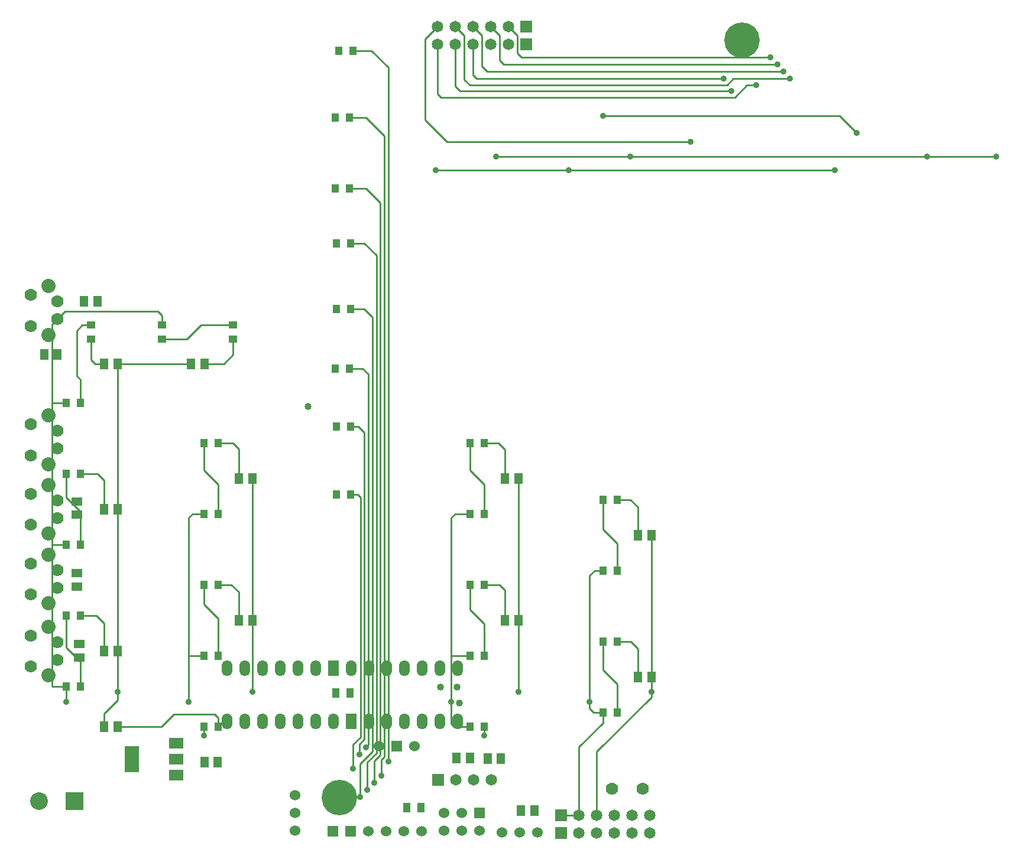
<source format=gtl>
G04 (created by PCBNEW-RS274X (2011-12-28 BZR 3254)-stable) date 7/11/2012 5:38:12 PM*
G01*
G70*
G90*
%MOIN*%
G04 Gerber Fmt 3.4, Leading zero omitted, Abs format*
%FSLAX34Y34*%
G04 APERTURE LIST*
%ADD10C,0.006000*%
%ADD11C,0.060000*%
%ADD12R,0.060000X0.060000*%
%ADD13C,0.200000*%
%ADD14C,0.070000*%
%ADD15C,0.080000*%
%ADD16R,0.051200X0.059000*%
%ADD17R,0.059000X0.051200*%
%ADD18C,0.065000*%
%ADD19R,0.065000X0.065000*%
%ADD20R,0.040000X0.050000*%
%ADD21R,0.050000X0.040000*%
%ADD22C,0.040000*%
%ADD23O,0.060000X0.090000*%
%ADD24R,0.060000X0.090000*%
%ADD25R,0.042000X0.056000*%
%ADD26R,0.100000X0.100000*%
%ADD27C,0.100000*%
%ADD28R,0.080000X0.150000*%
%ADD29R,0.080000X0.060000*%
%ADD30C,0.035000*%
%ADD31C,0.010000*%
G04 APERTURE END LIST*
G54D10*
G54D11*
X35725Y-54100D03*
X37725Y-54100D03*
G54D12*
X36725Y-54100D03*
G54D13*
X33500Y-57000D03*
X56175Y-14275D03*
G54D14*
X16100Y-28650D03*
X16100Y-30400D03*
G54D15*
X17100Y-28150D03*
X17100Y-30900D03*
G54D14*
X17600Y-30025D03*
X17600Y-29025D03*
X16075Y-35950D03*
X16075Y-37700D03*
G54D15*
X17075Y-35450D03*
X17075Y-38200D03*
G54D14*
X17575Y-37325D03*
X17575Y-36325D03*
X16100Y-39875D03*
X16100Y-41625D03*
G54D15*
X17100Y-39375D03*
X17100Y-42125D03*
G54D14*
X17600Y-41250D03*
X17600Y-40250D03*
X16100Y-43800D03*
X16100Y-45550D03*
G54D15*
X17100Y-43300D03*
X17100Y-46050D03*
G54D14*
X17600Y-45175D03*
X17600Y-44175D03*
X16100Y-47875D03*
X16100Y-49625D03*
G54D15*
X17100Y-47375D03*
X17100Y-50125D03*
G54D14*
X17600Y-49250D03*
X17600Y-48250D03*
X50600Y-56500D03*
X48850Y-56500D03*
G54D16*
X27825Y-39000D03*
X28575Y-39000D03*
X20975Y-53000D03*
X20225Y-53000D03*
X20225Y-40750D03*
X20975Y-40750D03*
X20225Y-48750D03*
X20975Y-48750D03*
X17600Y-32000D03*
X16850Y-32000D03*
X27825Y-47000D03*
X28575Y-47000D03*
X42825Y-39000D03*
X43575Y-39000D03*
X42825Y-47000D03*
X43575Y-47000D03*
X50325Y-42200D03*
X51075Y-42200D03*
X20225Y-32550D03*
X20975Y-32550D03*
X25875Y-32550D03*
X25125Y-32550D03*
X19100Y-29025D03*
X19850Y-29025D03*
G54D17*
X18825Y-48350D03*
X18825Y-49100D03*
X18700Y-40300D03*
X18700Y-41050D03*
X18700Y-45100D03*
X18700Y-44350D03*
G54D16*
X25875Y-55000D03*
X26625Y-55000D03*
X44475Y-57750D03*
X43725Y-57750D03*
X40100Y-54775D03*
X40850Y-54775D03*
X41850Y-54825D03*
X42600Y-54825D03*
X50325Y-50200D03*
X51075Y-50200D03*
G54D18*
X42050Y-56025D03*
G54D19*
X39050Y-56025D03*
G54D18*
X40050Y-56025D03*
X41050Y-56025D03*
G54D20*
X34125Y-39925D03*
X33325Y-39925D03*
X41650Y-41000D03*
X40850Y-41000D03*
X49150Y-52200D03*
X48350Y-52200D03*
X49150Y-48200D03*
X48350Y-48200D03*
X49150Y-44200D03*
X48350Y-44200D03*
X49150Y-40200D03*
X48350Y-40200D03*
X41650Y-49000D03*
X40850Y-49000D03*
X41650Y-45000D03*
X40850Y-45000D03*
X34125Y-36075D03*
X33325Y-36075D03*
X41650Y-37000D03*
X40850Y-37000D03*
X26650Y-49000D03*
X25850Y-49000D03*
X26650Y-45000D03*
X25850Y-45000D03*
X26650Y-41000D03*
X25850Y-41000D03*
X26650Y-37000D03*
X25850Y-37000D03*
X41650Y-53000D03*
X40850Y-53000D03*
X26650Y-53000D03*
X25850Y-53000D03*
X18900Y-50750D03*
X18100Y-50750D03*
X18900Y-46750D03*
X18100Y-46750D03*
X18900Y-42750D03*
X18100Y-42750D03*
X18900Y-38750D03*
X18100Y-38750D03*
X18900Y-34750D03*
X18100Y-34750D03*
G54D21*
X19500Y-31150D03*
X19500Y-30350D03*
X23500Y-31150D03*
X23500Y-30350D03*
X27500Y-31150D03*
X27500Y-30350D03*
G54D20*
X34125Y-29450D03*
X33325Y-29450D03*
X34050Y-32800D03*
X33250Y-32800D03*
X34125Y-25750D03*
X33325Y-25750D03*
X34050Y-22650D03*
X33250Y-22650D03*
X34050Y-18650D03*
X33250Y-18650D03*
X34250Y-14875D03*
X33450Y-14875D03*
G54D22*
X31725Y-34950D03*
X40250Y-51675D03*
X40125Y-50775D03*
X39200Y-50775D03*
G54D11*
X39400Y-58875D03*
X39400Y-57875D03*
X40400Y-58875D03*
X40400Y-57875D03*
X41400Y-58875D03*
G54D12*
X41400Y-57875D03*
X33125Y-58900D03*
X34125Y-58900D03*
G54D11*
X35125Y-58900D03*
X36125Y-58900D03*
X37125Y-58900D03*
X38125Y-58900D03*
G54D23*
X28150Y-52725D03*
X29150Y-52725D03*
X30150Y-52725D03*
X31150Y-52725D03*
X32150Y-52725D03*
X33150Y-52725D03*
G54D24*
X34150Y-52725D03*
G54D23*
X35150Y-52725D03*
X36150Y-52725D03*
X37150Y-52725D03*
X38150Y-52725D03*
X39150Y-52725D03*
X40150Y-52725D03*
X27150Y-52725D03*
X40150Y-49725D03*
X39150Y-49725D03*
X38150Y-49725D03*
X37150Y-49725D03*
X36150Y-49725D03*
X35150Y-49725D03*
X34150Y-49725D03*
G54D24*
X33150Y-49725D03*
G54D23*
X32150Y-49725D03*
X31150Y-49725D03*
X30150Y-49725D03*
X29150Y-49725D03*
X28150Y-49725D03*
X27150Y-49725D03*
G54D25*
X38075Y-57575D03*
X37275Y-57575D03*
X34100Y-51100D03*
X33300Y-51100D03*
G54D26*
X18550Y-57200D03*
G54D27*
X16550Y-57200D03*
G54D19*
X46000Y-59000D03*
G54D18*
X47000Y-59000D03*
X48000Y-59000D03*
X49000Y-59000D03*
X50000Y-59000D03*
X51000Y-59000D03*
G54D19*
X46000Y-58000D03*
G54D18*
X47000Y-58000D03*
X48000Y-58000D03*
X49000Y-58000D03*
X50000Y-58000D03*
X51000Y-58000D03*
G54D19*
X44025Y-14500D03*
G54D18*
X43025Y-14500D03*
X42025Y-14500D03*
X41025Y-14500D03*
X40025Y-14500D03*
X39025Y-14500D03*
G54D19*
X44025Y-13500D03*
G54D18*
X43025Y-13500D03*
X42025Y-13500D03*
X41025Y-13500D03*
X40025Y-13500D03*
X39025Y-13500D03*
G54D28*
X21800Y-54850D03*
G54D29*
X24300Y-54850D03*
X24300Y-53950D03*
X24300Y-55750D03*
G54D11*
X31000Y-56875D03*
X31000Y-57875D03*
X31000Y-58875D03*
X44650Y-58975D03*
X43650Y-58975D03*
X42650Y-58975D03*
G54D30*
X28575Y-51050D03*
X20975Y-51050D03*
X51075Y-51050D03*
X43575Y-51050D03*
X53300Y-20000D03*
X42325Y-20850D03*
X70525Y-20850D03*
X49900Y-20850D03*
X66625Y-20850D03*
X46425Y-21600D03*
X61425Y-21600D03*
X38925Y-21600D03*
X58875Y-16450D03*
X58525Y-16050D03*
X58175Y-15650D03*
X57775Y-15250D03*
X56975Y-16825D03*
X55575Y-17150D03*
X55150Y-16450D03*
X39800Y-51600D03*
X47600Y-51600D03*
X18100Y-51600D03*
X25000Y-51600D03*
X41650Y-53525D03*
X25850Y-53525D03*
X35450Y-56175D03*
X35050Y-56575D03*
X34650Y-56975D03*
X35000Y-54175D03*
X34625Y-54575D03*
X35850Y-55775D03*
X34250Y-55375D03*
X36250Y-54975D03*
X48350Y-18550D03*
X62650Y-19500D03*
G54D31*
X28575Y-39000D02*
X28575Y-47000D01*
X51075Y-50200D02*
X51075Y-51050D01*
X28575Y-47000D02*
X28575Y-51050D01*
X51075Y-51352D02*
X48000Y-54427D01*
X20975Y-48750D02*
X20975Y-51050D01*
X20975Y-51525D02*
X20225Y-52275D01*
X20225Y-52275D02*
X20225Y-53000D01*
X20975Y-40750D02*
X20975Y-34250D01*
X20975Y-51050D02*
X20975Y-51525D01*
X20975Y-48750D02*
X20975Y-40750D01*
X48000Y-54427D02*
X48000Y-58000D01*
X20975Y-32550D02*
X20975Y-34250D01*
X20975Y-32550D02*
X25125Y-32550D01*
X51075Y-51050D02*
X51075Y-51352D01*
X51075Y-42200D02*
X51075Y-50200D01*
X43575Y-51050D02*
X43575Y-47000D01*
X43575Y-39000D02*
X43575Y-47000D01*
X39550Y-20000D02*
X38325Y-18775D01*
X53300Y-20000D02*
X39550Y-20000D01*
X38325Y-14200D02*
X39025Y-13500D01*
X38325Y-18775D02*
X38325Y-14200D01*
X49900Y-20850D02*
X49500Y-20850D01*
X59650Y-20850D02*
X66625Y-20850D01*
X66625Y-20850D02*
X70525Y-20850D01*
X49500Y-20850D02*
X42325Y-20850D01*
X59650Y-20850D02*
X49500Y-20850D01*
X61425Y-21600D02*
X46425Y-21600D01*
X46425Y-21600D02*
X38925Y-21600D01*
X40525Y-16150D02*
X40525Y-14000D01*
X56775Y-16450D02*
X56375Y-16450D01*
X55338Y-16812D02*
X40837Y-16812D01*
X55700Y-16450D02*
X55338Y-16812D01*
X40525Y-14000D02*
X40025Y-13500D01*
X56375Y-16450D02*
X55700Y-16450D01*
X58875Y-16450D02*
X56775Y-16450D01*
X40525Y-16500D02*
X40525Y-16150D01*
X40837Y-16812D02*
X40525Y-16500D01*
X41525Y-14000D02*
X41025Y-13500D01*
X41525Y-15750D02*
X41525Y-14000D01*
X41825Y-16050D02*
X41525Y-15750D01*
X58525Y-16050D02*
X41875Y-16050D01*
X41875Y-16050D02*
X41825Y-16050D01*
X42750Y-15650D02*
X42525Y-15425D01*
X58175Y-15650D02*
X42875Y-15650D01*
X42525Y-14000D02*
X42025Y-13500D01*
X42525Y-15425D02*
X42525Y-14000D01*
X42875Y-15650D02*
X42750Y-15650D01*
X44000Y-15250D02*
X43750Y-15250D01*
X43525Y-14000D02*
X43025Y-13500D01*
X57775Y-15250D02*
X44000Y-15250D01*
X43750Y-15250D02*
X43525Y-15025D01*
X43525Y-15025D02*
X43525Y-14000D01*
X56450Y-16825D02*
X55775Y-17500D01*
X50050Y-17500D02*
X42550Y-17500D01*
X41075Y-17500D02*
X39225Y-17500D01*
X42550Y-17500D02*
X41075Y-17500D01*
X39025Y-17300D02*
X39025Y-14500D01*
X39225Y-17500D02*
X39025Y-17300D01*
X55775Y-17500D02*
X50050Y-17500D01*
X56975Y-16825D02*
X56450Y-16825D01*
X55575Y-17150D02*
X40300Y-17150D01*
X40300Y-17150D02*
X40025Y-16875D01*
X40025Y-16875D02*
X40025Y-14500D01*
X41025Y-14500D02*
X41025Y-16250D01*
X55150Y-16450D02*
X41225Y-16450D01*
X41225Y-16450D02*
X41025Y-16250D01*
X40850Y-41000D02*
X40025Y-41000D01*
X25000Y-51600D02*
X25000Y-49000D01*
X47600Y-51600D02*
X47600Y-51975D01*
X39800Y-51600D02*
X39800Y-52850D01*
X39950Y-53000D02*
X40850Y-53000D01*
X39800Y-52850D02*
X39950Y-53000D01*
X39800Y-49000D02*
X39800Y-51600D01*
X18100Y-50750D02*
X18100Y-51600D01*
X47600Y-51975D02*
X47825Y-52200D01*
X25850Y-41000D02*
X25225Y-41000D01*
X47000Y-58000D02*
X46000Y-58000D01*
X48350Y-52200D02*
X48350Y-52802D01*
X47000Y-54152D02*
X47000Y-58000D01*
X48350Y-52802D02*
X47000Y-54152D01*
X25000Y-41225D02*
X25000Y-49000D01*
X18025Y-29575D02*
X17275Y-30325D01*
X23500Y-30350D02*
X23500Y-29825D01*
X40025Y-41000D02*
X39800Y-41225D01*
X39800Y-41225D02*
X39800Y-49000D01*
X47600Y-44475D02*
X47600Y-51600D01*
X48350Y-44200D02*
X47875Y-44200D01*
X25000Y-49000D02*
X25850Y-49000D01*
X47825Y-52200D02*
X48350Y-52200D01*
X18100Y-34750D02*
X17275Y-34750D01*
X23250Y-29575D02*
X18025Y-29575D01*
X25225Y-41000D02*
X25000Y-41225D01*
X47875Y-44200D02*
X47600Y-44475D01*
X18100Y-42750D02*
X17275Y-42750D01*
X23500Y-29825D02*
X23250Y-29575D01*
X17275Y-42750D02*
X17275Y-50750D01*
X17275Y-34750D02*
X17275Y-42750D01*
X17275Y-30325D02*
X17275Y-34750D01*
X17275Y-50750D02*
X18100Y-50750D01*
X39800Y-49000D02*
X40850Y-49000D01*
X50325Y-48600D02*
X50325Y-50200D01*
X49925Y-48200D02*
X50325Y-48600D01*
X49150Y-48200D02*
X49925Y-48200D01*
X40850Y-38550D02*
X41650Y-39350D01*
X40850Y-37000D02*
X40850Y-38550D01*
X41650Y-39350D02*
X41650Y-41000D01*
X27400Y-45000D02*
X27825Y-45425D01*
X27825Y-45425D02*
X27825Y-47000D01*
X26650Y-45000D02*
X27400Y-45000D01*
X25850Y-45000D02*
X25850Y-46100D01*
X26650Y-46900D02*
X26650Y-49000D01*
X25850Y-46100D02*
X26650Y-46900D01*
X18900Y-38750D02*
X19850Y-38750D01*
X20225Y-39125D02*
X20225Y-40750D01*
X19850Y-38750D02*
X20225Y-39125D01*
X18100Y-38750D02*
X18100Y-40075D01*
X18900Y-40875D02*
X18900Y-42750D01*
X18100Y-40075D02*
X18900Y-40875D01*
X41650Y-37000D02*
X42450Y-37000D01*
X42450Y-37000D02*
X42825Y-37375D01*
X42825Y-37375D02*
X42825Y-39000D01*
X18900Y-46750D02*
X19800Y-46750D01*
X20225Y-47175D02*
X20225Y-48750D01*
X19800Y-46750D02*
X20225Y-47175D01*
X18100Y-46750D02*
X18100Y-48550D01*
X18900Y-49350D02*
X18900Y-50750D01*
X18100Y-48550D02*
X18900Y-49350D01*
X19500Y-31150D02*
X19500Y-32325D01*
X19725Y-32550D02*
X20225Y-32550D01*
X19500Y-32325D02*
X19725Y-32550D01*
X18675Y-33225D02*
X18900Y-33450D01*
X18675Y-30675D02*
X18675Y-33225D01*
X19000Y-30350D02*
X18675Y-30675D01*
X18900Y-33450D02*
X18900Y-34750D01*
X19500Y-30350D02*
X19000Y-30350D01*
X48350Y-48200D02*
X48350Y-49800D01*
X49150Y-50600D02*
X49150Y-52200D01*
X48350Y-49800D02*
X49150Y-50600D01*
X50325Y-40625D02*
X50325Y-42200D01*
X49900Y-40200D02*
X50325Y-40625D01*
X49150Y-40200D02*
X49900Y-40200D01*
X48350Y-41875D02*
X49150Y-42675D01*
X48350Y-40200D02*
X48350Y-41875D01*
X49150Y-42675D02*
X49150Y-44200D01*
X41650Y-47200D02*
X41650Y-49000D01*
X40850Y-45000D02*
X40850Y-46400D01*
X40850Y-46400D02*
X41650Y-47200D01*
X41650Y-45000D02*
X42525Y-45000D01*
X42825Y-45300D02*
X42825Y-47000D01*
X42525Y-45000D02*
X42825Y-45300D01*
X26650Y-53000D02*
X26650Y-52500D01*
X20975Y-53000D02*
X23450Y-53000D01*
X24150Y-52300D02*
X23450Y-53000D01*
X26650Y-52500D02*
X26450Y-52300D01*
X26450Y-52300D02*
X24150Y-52300D01*
X25850Y-53000D02*
X25850Y-53525D01*
X41650Y-53525D02*
X41650Y-53000D01*
X26650Y-37000D02*
X27475Y-37000D01*
X27825Y-37350D02*
X27825Y-39000D01*
X27475Y-37000D02*
X27825Y-37350D01*
X25850Y-37000D02*
X25850Y-38550D01*
X26650Y-39350D02*
X26650Y-41000D01*
X25850Y-38550D02*
X26650Y-39350D01*
X35800Y-50000D02*
X35800Y-54050D01*
X35800Y-54050D02*
X35800Y-54600D01*
X35800Y-54600D02*
X35450Y-54950D01*
X35450Y-54950D02*
X35450Y-56175D01*
X35000Y-22650D02*
X35800Y-23450D01*
X34050Y-22650D02*
X35000Y-22650D01*
X35800Y-23450D02*
X35800Y-50000D01*
X35575Y-54025D02*
X35575Y-54500D01*
X35050Y-55025D02*
X35050Y-56575D01*
X35575Y-54500D02*
X35050Y-55025D01*
X35575Y-50000D02*
X35575Y-54025D01*
X34900Y-25750D02*
X35575Y-26425D01*
X35575Y-26425D02*
X35575Y-50000D01*
X34125Y-25750D02*
X34900Y-25750D01*
X35350Y-54400D02*
X34650Y-55100D01*
X35350Y-50000D02*
X35350Y-53975D01*
X34125Y-29450D02*
X34900Y-29450D01*
X35350Y-53975D02*
X35350Y-54400D01*
X35350Y-29900D02*
X35350Y-50000D01*
X34900Y-29450D02*
X35350Y-29900D01*
X34650Y-55100D02*
X34650Y-56975D01*
X35125Y-53525D02*
X35125Y-54050D01*
X35125Y-33125D02*
X35125Y-50000D01*
X34800Y-32800D02*
X35125Y-33125D01*
X35125Y-54050D02*
X35000Y-54175D01*
X35125Y-50000D02*
X35125Y-53525D01*
X34050Y-32800D02*
X34800Y-32800D01*
X34900Y-50000D02*
X34900Y-53375D01*
X34625Y-54575D02*
X34625Y-54000D01*
X34900Y-36425D02*
X34900Y-50000D01*
X34900Y-53725D02*
X34900Y-53375D01*
X34125Y-36075D02*
X34550Y-36075D01*
X34550Y-36075D02*
X34900Y-36425D01*
X34625Y-54000D02*
X34900Y-53725D01*
X36025Y-54700D02*
X35850Y-54875D01*
X36025Y-50000D02*
X36025Y-54325D01*
X34050Y-18650D02*
X35000Y-18650D01*
X35850Y-54875D02*
X35850Y-55775D01*
X36025Y-19675D02*
X36025Y-50000D01*
X35000Y-18650D02*
X36025Y-19675D01*
X36025Y-54325D02*
X36025Y-54700D01*
X34675Y-53600D02*
X34675Y-52950D01*
X34250Y-55375D02*
X34250Y-54025D01*
X34250Y-54025D02*
X34675Y-53600D01*
X34675Y-50000D02*
X34675Y-52950D01*
X34125Y-39925D02*
X34525Y-39925D01*
X34675Y-40075D02*
X34675Y-50000D01*
X34525Y-39925D02*
X34675Y-40075D01*
X34250Y-14875D02*
X35300Y-14875D01*
X36250Y-50000D02*
X36250Y-54975D01*
X35300Y-14875D02*
X36250Y-15825D01*
X36250Y-15825D02*
X36250Y-50000D01*
X27500Y-32025D02*
X26975Y-32550D01*
X26975Y-32550D02*
X25875Y-32550D01*
X27500Y-31150D02*
X27500Y-32025D01*
X27500Y-30350D02*
X25700Y-30350D01*
X24900Y-31150D02*
X23500Y-31150D01*
X25700Y-30350D02*
X24900Y-31150D01*
X61700Y-18550D02*
X48350Y-18550D01*
X62650Y-19500D02*
X61700Y-18550D01*
M02*

</source>
